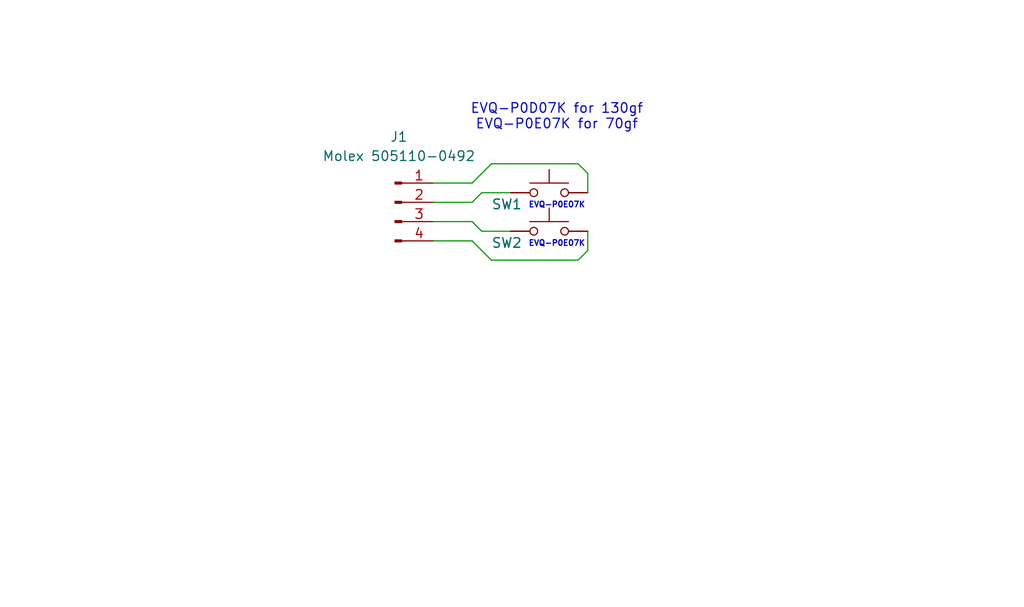
<source format=kicad_sch>
(kicad_sch (version 20231120) (generator "eeschema") (generator_version "8.0")
  (paper "User" 135 80)
  (title_block (title "ProGCC 4 Trigger Module") (date "2025-05-17") (company "Hand Held Legend, LLC"))
  (lib_symbols
    (symbol "Connector:Conn_01x04_Pin" (pin_names (offset 1.016) hide)
      (property "Reference" "J" (at 0 5.08 0))
      (property "Value" "Conn_01x04_Pin" (at 0 -7.62 0))
      (symbol "Conn_01x04_Pin_1_1"
        (polyline (pts (xy 1.27 -5.08) (xy 0.8636 -5.08)) (stroke (width 0.1524)))
        (polyline (pts (xy 1.27 -2.54) (xy 0.8636 -2.54)) (stroke (width 0.1524)))
        (polyline (pts (xy 1.27 0) (xy 0.8636 0)) (stroke (width 0.1524)))
        (polyline (pts (xy 1.27 2.54) (xy 0.8636 2.54)) (stroke (width 0.1524)))
        (rectangle (start 0.8636 -4.953) (end 0 -5.207) (stroke (width 0.1524)) (fill (type outline)))
        (rectangle (start 0.8636 -2.413) (end 0 -2.667) (stroke (width 0.1524)) (fill (type outline)))
        (rectangle (start 0.8636 0.127) (end 0 -0.127) (stroke (width 0.1524)) (fill (type outline)))
        (rectangle (start 0.8636 2.667) (end 0 2.413) (stroke (width 0.1524)) (fill (type outline)))
        (pin passive line (at 5.08 2.54 180) (length 3.81) (name "Pin_1") (number "1"))
        (pin passive line (at 5.08 0 180) (length 3.81) (name "Pin_2") (number "2"))
        (pin passive line (at 5.08 -2.54 180) (length 3.81) (name "Pin_3") (number "3"))
        (pin passive line (at 5.08 -5.08 180) (length 3.81) (name "Pin_4") (number "4"))
      )
    )
    (symbol "Switch:SW_Push" (pin_numbers hide) (pin_names (offset 1.016) hide)
      (property "Reference" "SW" (at 1.27 2.54 0))
      (property "Value" "SW_Push" (at 0 -1.524 0))
      (symbol "SW_Push_0_1"
        (circle (center -2.032 0) (radius 0.508))
        (polyline (pts (xy 0 1.27) (xy 0 3.048)))
        (polyline (pts (xy 2.54 1.27) (xy -2.54 1.27)))
        (circle (center 2.032 0) (radius 0.508))
        (pin passive line (at -5.08 0 0) (length 2.54) (name "1") (number "1"))
        (pin passive line (at 5.08 0 180) (length 2.54) (name "2") (number "2"))
      )
    )
  )
  (wire (pts (xy 77.47 33.02) (xy 76.2 34.29)))
  (wire (pts (xy 57.15 29.21) (xy 62.23 29.21)))
  (wire (pts (xy 62.23 29.21) (xy 63.5 30.48)))
  (wire (pts (xy 64.77 21.59) (xy 62.23 24.13)))
  (wire (pts (xy 63.5 30.48) (xy 67.31 30.48)))
  (wire (pts (xy 64.77 34.29) (xy 62.23 31.75)))
  (wire (pts (xy 63.5 25.4) (xy 62.23 26.67)))
  (wire (pts (xy 57.15 26.67) (xy 62.23 26.67)))
  (wire (pts (xy 76.2 21.59) (xy 64.77 21.59)))
  (wire (pts (xy 67.31 25.4) (xy 63.5 25.4)))
  (wire (pts (xy 57.15 24.13) (xy 62.23 24.13)))
  (wire (pts (xy 77.47 30.48) (xy 77.47 33.02)))
  (wire (pts (xy 77.47 22.86) (xy 76.2 21.59)))
  (wire (pts (xy 77.47 25.4) (xy 77.47 22.86)))
  (wire (pts (xy 76.2 34.29) (xy 64.77 34.29)))
  (wire (pts (xy 57.15 31.75) (xy 62.23 31.75)))
  (text "EVQ-P0E07K" (at 73.406 32.258 0) (effects (font (size 0.75 0.75))))
  (text "EVQ-P0D07K for 130gf\nEVQ-P0E07K for 70gf" (at 73.406 15.494 0) (effects (font (size 1.27 1.27))))
  (text "EVQ-P0E07K" (at 73.406 27.178 0) (effects (font (size 0.75 0.75))))
  (symbol (lib_id "Switch:SW_Push") (at 72.39 30.48 0) (unit 1)
    (property "Reference" "SW2" (at 66.802 32.004 0))
    (property "Value" "EVQ-P0E07K" (effects (hide yes)))
    (property "Footprint" "hhl:EVQP0" (effects (hide yes)))
    (property "Description" "Push button switch, generic, two pins" (effects (hide yes)))
    (property "MPN" "EVQ-P0E07K" (effects (hide yes)))
    (property "Price" "0.082" (effects (hide yes)))
    (property "Link" "-" (effects (hide yes)))
    (property "LCSC" "C395225" (effects (hide yes)))
    (property "Package" "-" (effects (hide yes)))
    (property "Manufacturer" "PANASONIC" (effects (hide yes)))
  )
  (symbol (lib_id "Switch:SW_Push") (at 72.39 25.4 0) (unit 1)
    (property "Reference" "SW1" (at 66.802 26.924 0))
    (property "Value" "EVQ-P0E07K" (effects (hide yes)))
    (property "Footprint" "hhl:EVQP0" (effects (hide yes)))
    (property "Description" "Push button switch, generic, two pins" (effects (hide yes)))
    (property "MPN" "EVQ-P0E07K" (effects (hide yes)))
    (property "Price" "0.082" (effects (hide yes)))
    (property "Link" "-" (effects (hide yes)))
    (property "LCSC" "C395225" (effects (hide yes)))
    (property "Package" "-" (effects (hide yes)))
    (property "Manufacturer" "PANASONIC" (effects (hide yes)))
  )
  (symbol (lib_id "Connector:Conn_01x04_Pin") (at 52.07 26.67 0) (unit 1)
    (property "Reference" "J1" (at 52.578 18.034 0))
    (property "Value" "Molex 505110-0492" (at 52.578 20.574 0))
    (property "Footprint" "hhl:5051100492" (effects (hide yes)))
    (property "Description" "Generic connector, single row, 01x04, script generated" (effects (hide yes)))
    (property "MPN" "505110-0492" (effects (hide yes)))
    (property "LCSC" "C588007" (effects (hide yes)))
    (property "Manufacturer" "MOLEX" (effects (hide yes)))
  )
)
</source>
